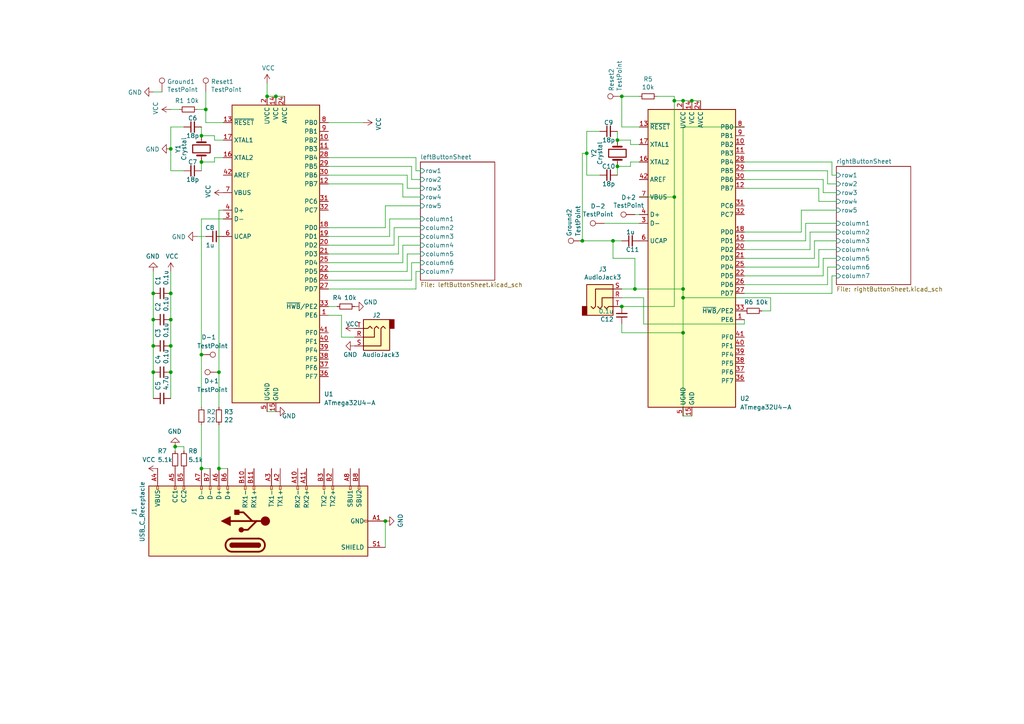
<source format=kicad_sch>
(kicad_sch (version 20211123) (generator eeschema)
  (paper "A4")
  (title_block (title "Xenopon Keyboard") (date "2021-12-15") (rev "2") (company "Jesper Fasth"))
  (lib_symbols
    (symbol "Connector:AudioJack3"
      (property "Reference" "J" (at 0 8.89 0))
      (property "Value" "AudioJack3" (at 0 6.35 0))
      (symbol "AudioJack3_0_1"
        (rectangle (start -5.08 -5.08) (end -6.35 -2.54) (stroke (width 0.254)) (fill (type outline)))
        (polyline (pts (xy 0 -2.54) (xy 0.635 -3.175) (xy 1.27 -2.54) (xy 2.54 -2.54)) (stroke (width 0.254)))
        (polyline (pts (xy -1.905 -2.54) (xy -1.27 -3.175) (xy -0.635 -2.54) (xy -0.635 0) (xy 2.54 0)) (stroke (width 0.254)))
        (polyline (pts (xy 2.54 2.54) (xy -2.54 2.54) (xy -2.54 -2.54) (xy -3.175 -3.175) (xy -3.81 -2.54)) (stroke (width 0.254)))
        (rectangle (start 2.54 3.81) (end -5.08 -5.08) (stroke (width 0.254)) (fill (type background)))
      )
      (symbol "AudioJack3_1_1"
        (pin passive line (at 5.08 0 180) (length 2.54) (name "~") (number "R"))
        (pin passive line (at 5.08 2.54 180) (length 2.54) (name "~") (number "S"))
        (pin passive line (at 5.08 -2.54 180) (length 2.54) (name "~") (number "T"))
      )
    )
    (symbol "Connector:TestPoint" (pin_numbers hide) (pin_names (offset 0.762) hide)
      (property "Reference" "TP" (at 0 6.858 0))
      (property "Value" "TestPoint" (at 0 5.08 0))
      (symbol "TestPoint_0_1"
        (circle (center 0 3.302) (radius 0.762))
      )
      (symbol "TestPoint_1_1"
        (pin passive line (at 0 0 90) (length 2.54) (name "1") (number "1"))
      )
    )
    (symbol "Connector:USB_C_Receptacle" (pin_names (offset 1.016))
      (property "Reference" "J" (at -10.16 29.21 0))
      (property "Value" "USB_C_Receptacle" (at 10.16 29.21 0))
      (symbol "USB_C_Receptacle_0_0"
        (rectangle (start -0.254 -35.56) (end 0.254 -34.544))
        (rectangle (start 10.16 -32.766) (end 9.144 -33.274))
        (rectangle (start 10.16 -30.226) (end 9.144 -30.734))
        (rectangle (start 10.16 -25.146) (end 9.144 -25.654))
        (rectangle (start 10.16 -22.606) (end 9.144 -23.114))
        (rectangle (start 10.16 -17.526) (end 9.144 -18.034))
        (rectangle (start 10.16 -14.986) (end 9.144 -15.494))
        (rectangle (start 10.16 -9.906) (end 9.144 -10.414))
        (rectangle (start 10.16 -7.366) (end 9.144 -7.874))
        (rectangle (start 10.16 -2.286) (end 9.144 -2.794))
        (rectangle (start 10.16 0.254) (end 9.144 -0.254))
        (rectangle (start 10.16 5.334) (end 9.144 4.826))
        (rectangle (start 10.16 7.874) (end 9.144 7.366))
        (rectangle (start 10.16 10.414) (end 9.144 9.906))
        (rectangle (start 10.16 12.954) (end 9.144 12.446))
        (rectangle (start 10.16 18.034) (end 9.144 17.526))
        (rectangle (start 10.16 20.574) (end 9.144 20.066))
        (rectangle (start 10.16 25.654) (end 9.144 25.146))
      )
      (symbol "USB_C_Receptacle_0_1"
        (rectangle (start -10.16 27.94) (end 10.16 -35.56) (stroke (width 0.254)) (fill (type background)))
        (arc (start -8.89 -3.81) (mid -6.985 -5.715) (end -5.08 -3.81) (stroke (width 0.508)))
        (arc (start -7.62 -3.81) (mid -6.985 -4.445) (end -6.35 -3.81) (stroke (width 0.254)))
        (arc (start -7.62 -3.81) (mid -6.985 -4.445) (end -6.35 -3.81) (stroke (width 0.254)) (fill (type outline)))
        (rectangle (start -7.62 -3.81) (end -6.35 3.81) (stroke (width 0.254)) (fill (type outline)))
        (arc (start -6.35 3.81) (mid -6.985 4.445) (end -7.62 3.81) (stroke (width 0.254)))
        (arc (start -6.35 3.81) (mid -6.985 4.445) (end -7.62 3.81) (stroke (width 0.254)) (fill (type outline)))
        (arc (start -5.08 3.81) (mid -6.985 5.715) (end -8.89 3.81) (stroke (width 0.508)))
        (polyline (pts (xy -8.89 -3.81) (xy -8.89 3.81)) (stroke (width 0.508)))
        (polyline (pts (xy -5.08 3.81) (xy -5.08 -3.81)) (stroke (width 0.508)))
      )
      (symbol "USB_C_Receptacle_1_1"
        (circle (center -2.54 1.143) (radius 0.635) (stroke (width 0.254)) (fill (type outline)))
        (circle (center 0 -5.842) (radius 1.27) (fill (type outline)))
        (polyline (pts (xy 0 -5.842) (xy 0 4.318)) (stroke (width 0.508)))
        (polyline (pts (xy 0 -3.302) (xy -2.54 -0.762) (xy -2.54 0.508)) (stroke (width 0.508)))
        (polyline (pts (xy 0 -2.032) (xy 2.54 0.508) (xy 2.54 1.778)) (stroke (width 0.508)))
        (polyline (pts (xy -1.27 4.318) (xy 0 6.858) (xy 1.27 4.318) (xy -1.27 4.318)) (stroke (width 0.254)) (fill (type outline)))
        (rectangle (start 1.905 1.778) (end 3.175 3.048) (stroke (width 0.254)) (fill (type outline)))
        (pin passive line (at 0 -40.64 90) (length 5.08) (name "GND") (number "A1"))
        (pin bidirectional line (at 15.24 -15.24 180) (length 5.08) (name "RX2-") (number "A10"))
        (pin bidirectional line (at 15.24 -17.78 180) (length 5.08) (name "RX2+") (number "A11"))
        (pin passive line (at 0 -40.64 90) (length 5.08) hide (name "GND") (number "A12"))
        (pin bidirectional line (at 15.24 -10.16 180) (length 5.08) (name "TX1+") (number "A2"))
        (pin bidirectional line (at 15.24 -7.62 180) (length 5.08) (name "TX1-") (number "A3"))
        (pin passive line (at 15.24 25.4 180) (length 5.08) (name "VBUS") (number "A4"))
        (pin bidirectional line (at 15.24 20.32 180) (length 5.08) (name "CC1") (number "A5"))
        (pin bidirectional line (at 15.24 7.62 180) (length 5.08) (name "D+") (number "A6"))
        (pin bidirectional line (at 15.24 12.7 180) (length 5.08) (name "D-") (number "A7"))
        (pin bidirectional line (at 15.24 -30.48 180) (length 5.08) (name "SBU1") (number "A8"))
        (pin passive line (at 15.24 25.4 180) (length 5.08) hide (name "VBUS") (number "A9"))
        (pin passive line (at 0 -40.64 90) (length 5.08) hide (name "GND") (number "B1"))
        (pin bidirectional line (at 15.24 0 180) (length 5.08) (name "RX1-") (number "B10"))
        (pin bidirectional line (at 15.24 -2.54 180) (length 5.08) (name "RX1+") (number "B11"))
        (pin passive line (at 0 -40.64 90) (length 5.08) hide (name "GND") (number "B12"))
        (pin bidirectional line (at 15.24 -25.4 180) (length 5.08) (name "TX2+") (number "B2"))
        (pin bidirectional line (at 15.24 -22.86 180) (length 5.08) (name "TX2-") (number "B3"))
        (pin passive line (at 15.24 25.4 180) (length 5.08) hide (name "VBUS") (number "B4"))
        (pin bidirectional line (at 15.24 17.78 180) (length 5.08) (name "CC2") (number "B5"))
        (pin bidirectional line (at 15.24 5.08 180) (length 5.08) (name "D+") (number "B6"))
        (pin bidirectional line (at 15.24 10.16 180) (length 5.08) (name "D-") (number "B7"))
        (pin bidirectional line (at 15.24 -33.02 180) (length 5.08) (name "SBU2") (number "B8"))
        (pin passive line (at 15.24 25.4 180) (length 5.08) hide (name "VBUS") (number "B9"))
        (pin passive line (at -7.62 -40.64 90) (length 5.08) (name "SHIELD") (number "S1"))
      )
    )
    (symbol "Device:C_Small" (pin_numbers hide) (pin_names (offset 0.254) hide)
      (property "Reference" "C" (at 0.254 1.778 0))
      (property "Value" "C_Small" (at 0.254 -2.032 0))
      (symbol "C_Small_0_1"
        (polyline (pts (xy -1.524 -0.508) (xy 1.524 -0.508)) (stroke (width 0.3302)))
        (polyline (pts (xy -1.524 0.508) (xy 1.524 0.508)) (stroke (width 0.3048)))
      )
      (symbol "C_Small_1_1"
        (pin passive line (at 0 2.54 270) (length 2.032) (name "~") (number "1"))
        (pin passive line (at 0 -2.54 90) (length 2.032) (name "~") (number "2"))
      )
    )
    (symbol "Device:Crystal" (pin_numbers hide) (pin_names (offset 1.016) hide)
      (property "Reference" "Y" (at 0 3.81 0))
      (property "Value" "Crystal" (at 0 -3.81 0))
      (symbol "Crystal_0_1"
        (rectangle (start -1.143 2.54) (end 1.143 -2.54) (stroke (width 0.3048)))
        (polyline (pts (xy -2.54 0) (xy -1.905 0)))
        (polyline (pts (xy -1.905 -1.27) (xy -1.905 1.27)) (stroke (width 0.508)))
        (polyline (pts (xy 1.905 -1.27) (xy 1.905 1.27)) (stroke (width 0.508)))
        (polyline (pts (xy 2.54 0) (xy 1.905 0)))
      )
      (symbol "Crystal_1_1"
        (pin passive line (at -3.81 0 0) (length 1.27) (name "1") (number "1"))
        (pin passive line (at 3.81 0 180) (length 1.27) (name "2") (number "2"))
      )
    )
    (symbol "Device:R_Small" (pin_numbers hide) (pin_names (offset 0.254) hide)
      (property "Reference" "R" (at 0.762 0.508 0))
      (property "Value" "R_Small" (at 0.762 -1.016 0))
      (symbol "R_Small_0_1"
        (rectangle (start -0.762 1.778) (end 0.762 -1.778) (stroke (width 0.2032)))
      )
      (symbol "R_Small_1_1"
        (pin passive line (at 0 2.54 270) (length 0.762) (name "~") (number "1"))
        (pin passive line (at 0 -2.54 90) (length 0.762) (name "~") (number "2"))
      )
    )
    (symbol "MCU_Microchip_ATmega:ATmega32U4-A"
      (property "Reference" "U" (at -12.7 44.45 0))
      (property "Value" "ATmega32U4-A" (at 2.54 -44.45 0))
      (symbol "ATmega32U4-A_0_1"
        (rectangle (start -12.7 -43.18) (end 12.7 43.18) (stroke (width 0.254)) (fill (type background)))
      )
      (symbol "ATmega32U4-A_1_1"
        (pin bidirectional line (at 15.24 -17.78 180) (length 2.54) (name "PE6") (number "1"))
        (pin bidirectional line (at 15.24 33.02 180) (length 2.54) (name "PB2") (number "10"))
        (pin bidirectional line (at 15.24 30.48 180) (length 2.54) (name "PB3") (number "11"))
        (pin bidirectional line (at 15.24 20.32 180) (length 2.54) (name "PB7") (number "12"))
        (pin input line (at -15.24 38.1 0) (length 2.54) (name "~{RESET}") (number "13"))
        (pin power_in line (at 0 45.72 270) (length 2.54) (name "VCC") (number "14"))
        (pin power_in line (at 0 -45.72 90) (length 2.54) (name "GND") (number "15"))
        (pin output line (at -15.24 27.94 0) (length 2.54) (name "XTAL2") (number "16"))
        (pin input line (at -15.24 33.02 0) (length 2.54) (name "XTAL1") (number "17"))
        (pin bidirectional line (at 15.24 7.62 180) (length 2.54) (name "PD0") (number "18"))
        (pin bidirectional line (at 15.24 5.08 180) (length 2.54) (name "PD1") (number "19"))
        (pin power_in line (at -2.54 45.72 270) (length 2.54) (name "UVCC") (number "2"))
        (pin bidirectional line (at 15.24 2.54 180) (length 2.54) (name "PD2") (number "20"))
        (pin bidirectional line (at 15.24 0 180) (length 2.54) (name "PD3") (number "21"))
        (pin bidirectional line (at 15.24 -5.08 180) (length 2.54) (name "PD5") (number "22"))
        (pin passive line (at 0 -45.72 90) (length 2.54) hide (name "GND") (number "23"))
        (pin power_in line (at 2.54 45.72 270) (length 2.54) (name "AVCC") (number "24"))
        (pin bidirectional line (at 15.24 -2.54 180) (length 2.54) (name "PD4") (number "25"))
        (pin bidirectional line (at 15.24 -7.62 180) (length 2.54) (name "PD6") (number "26"))
        (pin bidirectional line (at 15.24 -10.16 180) (length 2.54) (name "PD7") (number "27"))
        (pin bidirectional line (at 15.24 27.94 180) (length 2.54) (name "PB4") (number "28"))
        (pin bidirectional line (at 15.24 25.4 180) (length 2.54) (name "PB5") (number "29"))
        (pin bidirectional line (at -15.24 10.16 0) (length 2.54) (name "D-") (number "3"))
        (pin bidirectional line (at 15.24 22.86 180) (length 2.54) (name "PB6") (number "30"))
        (pin bidirectional line (at 15.24 15.24 180) (length 2.54) (name "PC6") (number "31"))
        (pin bidirectional line (at 15.24 12.7 180) (length 2.54) (name "PC7") (number "32"))
        (pin bidirectional line (at 15.24 -15.24 180) (length 2.54) (name "~{HWB}/PE2") (number "33"))
        (pin passive line (at 0 45.72 270) (length 2.54) hide (name "VCC") (number "34"))
        (pin passive line (at 0 -45.72 90) (length 2.54) hide (name "GND") (number "35"))
        (pin bidirectional line (at 15.24 -35.56 180) (length 2.54) (name "PF7") (number "36"))
        (pin bidirectional line (at 15.24 -33.02 180) (length 2.54) (name "PF6") (number "37"))
        (pin bidirectional line (at 15.24 -30.48 180) (length 2.54) (name "PF5") (number "38"))
        (pin bidirectional line (at 15.24 -27.94 180) (length 2.54) (name "PF4") (number "39"))
        (pin bidirectional line (at -15.24 12.7 0) (length 2.54) (name "D+") (number "4"))
        (pin bidirectional line (at 15.24 -25.4 180) (length 2.54) (name "PF1") (number "40"))
        (pin bidirectional line (at 15.24 -22.86 180) (length 2.54) (name "PF0") (number "41"))
        (pin passive line (at -15.24 22.86 0) (length 2.54) (name "AREF") (number "42"))
        (pin passive line (at 0 -45.72 90) (length 2.54) hide (name "GND") (number "43"))
        (pin passive line (at 2.54 45.72 270) (length 2.54) hide (name "AVCC") (number "44"))
        (pin passive line (at -2.54 -45.72 90) (length 2.54) (name "UGND") (number "5"))
        (pin passive line (at -15.24 5.08 0) (length 2.54) (name "UCAP") (number "6"))
        (pin input line (at -15.24 17.78 0) (length 2.54) (name "VBUS") (number "7"))
        (pin bidirectional line (at 15.24 38.1 180) (length 2.54) (name "PB0") (number "8"))
        (pin bidirectional line (at 15.24 35.56 180) (length 2.54) (name "PB1") (number "9"))
      )
    )
    (symbol "power:GND" (power) (pin_names (offset 0))
      (property "Value" "GND" (at 0 -3.81 0))
      (symbol "GND_0_1"
        (polyline (pts (xy 0 0) (xy 0 -1.27) (xy 1.27 -1.27) (xy 0 -2.54) (xy -1.27 -1.27) (xy 0 -1.27)))
      )
      (symbol "GND_1_1"
        (pin power_in line (at 0 0 270) (length 0) hide (name "GND") (number "1"))
      )
    )
    (symbol "power:VCC" (power) (pin_names (offset 0))
      (property "Value" "VCC" (at 0 3.81 0))
      (symbol "VCC_0_1"
        (polyline (pts (xy -0.762 1.27) (xy 0 2.54)))
        (polyline (pts (xy 0 0) (xy 0 2.54)))
        (polyline (pts (xy 0 2.54) (xy 0.762 1.27)))
      )
      (symbol "VCC_1_1"
        (pin power_in line (at 0 0 90) (length 0) hide (name "VCC") (number "1"))
      )
    )
  )
  (junction (at 184.15 83.82))
  (junction (at 63.5 107.95))
  (junction (at 58.42 135.89))
  (junction (at 49.53 43.18))
  (junction (at 77.47 27.94))
  (junction (at 168.91 69.85))
  (junction (at 198.12 86.36))
  (junction (at 180.34 27.94))
  (junction (at 198.12 96.52))
  (junction (at 80.01 27.94))
  (junction (at 58.42 102.87))
  (junction (at 58.42 39.37))
  (junction (at 200.66 29.21))
  (junction (at 179.07 40.64))
  (junction (at 59.69 31.75))
  (junction (at 195.58 57.15))
  (junction (at 198.12 29.21))
  (junction (at 58.42 46.99))
  (junction (at 170.18 44.45))
  (junction (at 195.58 29.21))
  (junction (at 198.12 83.82))
  (junction (at 49.53 92.71))
  (junction (at 49.53 100.33))
  (junction (at 44.45 85.09))
  (junction (at 50.8 129.54))
  (junction (at 44.45 92.71))
  (junction (at 44.45 107.95))
  (junction (at 177.8 69.85))
  (junction (at 111.76 151.13))
  (junction (at 180.34 88.9))
  (junction (at 44.45 100.33))
  (junction (at 49.53 85.09))
  (junction (at 63.5 135.89))
  (junction (at 49.53 107.95))
  (junction (at 179.07 48.26))
  (wire (pts (xy 200.66 29.21) (xy 203.2 29.21)))
  (wire (pts (xy 49.53 85.09) (xy 49.53 78.74)))
  (wire (pts (xy 215.9 74.93) (xy 236.22 74.93)))
  (wire (pts (xy 113.03 68.58) (xy 113.03 63.5)))
  (wire (pts (xy 215.9 82.55) (xy 240.03 82.55)))
  (wire (pts (xy 49.53 36.83) (xy 49.53 43.18)))
  (wire (pts (xy 185.42 57.15) (xy 195.58 57.15)))
  (wire (pts (xy 44.45 85.09) (xy 44.45 78.74)))
  (wire (pts (xy 215.9 69.85) (xy 233.68 69.85)))
  (wire (pts (xy 58.42 102.87) (xy 58.42 118.11)))
  (wire (pts (xy 62.23 46.99) (xy 58.42 46.99)))
  (wire (pts (xy 95.25 66.04) (xy 111.76 66.04)))
  (wire (pts (xy 173.99 50.8) (xy 170.18 50.8)))
  (wire (pts (xy 49.53 92.71) (xy 49.53 100.33)))
  (wire (pts (xy 118.11 50.8) (xy 118.11 54.61)))
  (wire (pts (xy 59.69 35.56) (xy 64.77 35.56)))
  (wire (pts (xy 62.23 39.37) (xy 62.23 40.64)))
  (wire (pts (xy 215.9 46.99) (xy 241.3 46.99)))
  (wire (pts (xy 215.9 77.47) (xy 237.49 77.47)))
  (wire (pts (xy 198.12 96.52) (xy 198.12 86.36)))
  (wire (pts (xy 119.38 52.07) (xy 121.92 52.07)))
  (wire (pts (xy 53.34 49.53) (xy 49.53 49.53)))
  (wire (pts (xy 223.52 90.17) (xy 223.52 86.36)))
  (wire (pts (xy 195.58 29.21) (xy 195.58 57.15)))
  (wire (pts (xy 118.11 73.66) (xy 121.92 73.66)))
  (wire (pts (xy 113.03 63.5) (xy 121.92 63.5)))
  (wire (pts (xy 99.06 91.44) (xy 99.06 97.79)))
  (wire (pts (xy 184.15 83.82) (xy 180.34 83.82)))
  (wire (pts (xy 80.01 27.94) (xy 82.55 27.94)))
  (wire (pts (xy 118.11 78.74) (xy 118.11 73.66)))
  (wire (pts (xy 49.53 85.09) (xy 49.53 92.71)))
  (wire (pts (xy 168.91 44.45) (xy 170.18 44.45)))
  (wire (pts (xy 180.34 27.94) (xy 185.42 27.94)))
  (wire (pts (xy 63.5 107.95) (xy 63.5 118.11)))
  (wire (pts (xy 215.9 93.98) (xy 186.69 93.98)))
  (wire (pts (xy 180.34 93.98) (xy 180.34 96.52)))
  (wire (pts (xy 198.12 83.82) (xy 184.15 83.82)))
  (wire (pts (xy 111.76 158.75) (xy 111.76 151.13)))
  (wire (pts (xy 62.23 39.37) (xy 58.42 39.37)))
  (wire (pts (xy 111.76 66.04) (xy 111.76 59.69)))
  (wire (pts (xy 168.91 69.85) (xy 177.8 69.85)))
  (wire (pts (xy 198.12 86.36) (xy 223.52 86.36)))
  (wire (pts (xy 195.58 88.9) (xy 180.34 88.9)))
  (wire (pts (xy 198.12 86.36) (xy 198.12 83.82)))
  (wire (pts (xy 220.98 90.17) (xy 223.52 90.17)))
  (wire (pts (xy 180.34 36.83) (xy 180.34 27.94)))
  (wire (pts (xy 95.25 53.34) (xy 116.84 53.34)))
  (wire (pts (xy 95.25 73.66) (xy 115.57 73.66)))
  (wire (pts (xy 95.25 48.26) (xy 119.38 48.26)))
  (wire (pts (xy 198.12 96.52) (xy 198.12 120.65)))
  (wire (pts (xy 62.23 45.72) (xy 64.77 45.72)))
  (wire (pts (xy 116.84 57.15) (xy 121.92 57.15)))
  (wire (pts (xy 49.53 100.33) (xy 49.53 107.95)))
  (wire (pts (xy 240.03 82.55) (xy 240.03 77.47)))
  (wire (pts (xy 44.45 100.33) (xy 44.45 107.95)))
  (wire (pts (xy 237.49 72.39) (xy 242.57 72.39)))
  (wire (pts (xy 182.88 48.26) (xy 182.88 46.99)))
  (wire (pts (xy 241.3 80.01) (xy 242.57 80.01)))
  (wire (pts (xy 186.69 93.98) (xy 186.69 86.36)))
  (wire (pts (xy 215.9 92.71) (xy 215.9 93.98)))
  (wire (pts (xy 95.25 91.44) (xy 99.06 91.44)))
  (wire (pts (xy 182.88 48.26) (xy 179.07 48.26)))
  (wire (pts (xy 63.5 60.96) (xy 63.5 107.95)))
  (wire (pts (xy 58.42 46.99) (xy 58.42 49.53)))
  (wire (pts (xy 44.45 92.71) (xy 44.45 100.33)))
  (wire (pts (xy 50.8 129.54) (xy 53.34 129.54)))
  (wire (pts (xy 170.18 38.1) (xy 170.18 44.45)))
  (wire (pts (xy 190.5 27.94) (xy 195.58 27.94)))
  (wire (pts (xy 215.9 36.83) (xy 198.12 36.83)))
  (wire (pts (xy 215.9 80.01) (xy 238.76 80.01)))
  (wire (pts (xy 114.3 66.04) (xy 121.92 66.04)))
  (wire (pts (xy 120.65 45.72) (xy 120.65 49.53)))
  (wire (pts (xy 232.41 67.31) (xy 232.41 60.96)))
  (wire (pts (xy 184.15 83.82) (xy 184.15 74.93)))
  (wire (pts (xy 240.03 53.34) (xy 242.57 53.34)))
  (wire (pts (xy 44.45 107.95) (xy 44.45 115.57)))
  (wire (pts (xy 59.69 26.67) (xy 59.69 31.75)))
  (wire (pts (xy 77.47 27.94) (xy 77.47 24.13)))
  (wire (pts (xy 215.9 54.61) (xy 237.49 54.61)))
  (wire (pts (xy 237.49 58.42) (xy 242.57 58.42)))
  (wire (pts (xy 59.69 31.75) (xy 59.69 35.56)))
  (wire (pts (xy 173.99 38.1) (xy 170.18 38.1)))
  (wire (pts (xy 234.95 72.39) (xy 234.95 67.31)))
  (wire (pts (xy 179.07 40.64) (xy 179.07 38.1)))
  (wire (pts (xy 195.58 29.21) (xy 198.12 29.21)))
  (wire (pts (xy 53.34 36.83) (xy 49.53 36.83)))
  (wire (pts (xy 241.3 85.09) (xy 241.3 80.01)))
  (wire (pts (xy 95.25 45.72) (xy 120.65 45.72)))
  (wire (pts (xy 58.42 135.89) (xy 60.96 135.89)))
  (wire (pts (xy 182.88 40.64) (xy 182.88 41.91)))
  (wire (pts (xy 49.53 49.53) (xy 49.53 43.18)))
  (wire (pts (xy 57.15 68.58) (xy 59.69 68.58)))
  (wire (pts (xy 95.25 50.8) (xy 118.11 50.8)))
  (wire (pts (xy 236.22 69.85) (xy 242.57 69.85)))
  (wire (pts (xy 116.84 53.34) (xy 116.84 57.15)))
  (wire (pts (xy 241.3 50.8) (xy 242.57 50.8)))
  (wire (pts (xy 77.47 119.38) (xy 80.01 119.38)))
  (wire (pts (xy 58.42 63.5) (xy 58.42 102.87)))
  (wire (pts (xy 238.76 74.93) (xy 242.57 74.93)))
  (wire (pts (xy 95.25 35.56) (xy 105.41 35.56)))
  (wire (pts (xy 198.12 29.21) (xy 200.66 29.21)))
  (wire (pts (xy 215.9 72.39) (xy 234.95 72.39)))
  (wire (pts (xy 180.34 96.52) (xy 198.12 96.52)))
  (wire (pts (xy 116.84 71.12) (xy 121.92 71.12)))
  (wire (pts (xy 120.65 49.53) (xy 121.92 49.53)))
  (wire (pts (xy 95.25 68.58) (xy 113.03 68.58)))
  (wire (pts (xy 195.58 27.94) (xy 195.58 29.21)))
  (wire (pts (xy 184.15 74.93) (xy 177.8 74.93)))
  (wire (pts (xy 118.11 54.61) (xy 121.92 54.61)))
  (wire (pts (xy 238.76 55.88) (xy 242.57 55.88)))
  (wire (pts (xy 63.5 60.96) (xy 64.77 60.96)))
  (wire (pts (xy 233.68 69.85) (xy 233.68 64.77)))
  (wire (pts (xy 44.45 85.09) (xy 44.45 92.71)))
  (wire (pts (xy 58.42 63.5) (xy 64.77 63.5)))
  (wire (pts (xy 238.76 52.07) (xy 238.76 55.88)))
  (wire (pts (xy 95.25 71.12) (xy 114.3 71.12)))
  (wire (pts (xy 97.79 88.9) (xy 95.25 88.9)))
  (wire (pts (xy 111.76 59.69) (xy 121.92 59.69)))
  (wire (pts (xy 99.06 97.79) (xy 102.87 97.79)))
  (wire (pts (xy 184.15 62.23) (xy 185.42 62.23)))
  (wire (pts (xy 119.38 48.26) (xy 119.38 52.07)))
  (wire (pts (xy 237.49 77.47) (xy 237.49 72.39)))
  (wire (pts (xy 62.23 40.64) (xy 64.77 40.64)))
  (wire (pts (xy 62.23 46.99) (xy 62.23 45.72)))
  (wire (pts (xy 234.95 67.31) (xy 242.57 67.31)))
  (wire (pts (xy 186.69 86.36) (xy 180.34 86.36)))
  (wire (pts (xy 119.38 81.28) (xy 119.38 76.2)))
  (wire (pts (xy 58.42 123.19) (xy 58.42 135.89)))
  (wire (pts (xy 59.69 31.75) (xy 57.15 31.75)))
  (wire (pts (xy 233.68 64.77) (xy 242.57 64.77)))
  (wire (pts (xy 170.18 44.45) (xy 170.18 50.8)))
  (wire (pts (xy 232.41 60.96) (xy 242.57 60.96)))
  (wire (pts (xy 215.9 52.07) (xy 238.76 52.07)))
  (wire (pts (xy 120.65 83.82) (xy 120.65 78.74)))
  (wire (pts (xy 53.34 130.81) (xy 53.34 129.54)))
  (wire (pts (xy 180.34 36.83) (xy 185.42 36.83)))
  (wire (pts (xy 182.88 40.64) (xy 179.07 40.64)))
  (wire (pts (xy 58.42 39.37) (xy 58.42 36.83)))
  (wire (pts (xy 116.84 76.2) (xy 116.84 71.12)))
  (wire (pts (xy 240.03 49.53) (xy 240.03 53.34)))
  (wire (pts (xy 119.38 76.2) (xy 121.92 76.2)))
  (wire (pts (xy 238.76 80.01) (xy 238.76 74.93)))
  (wire (pts (xy 50.8 130.81) (xy 50.8 129.54)))
  (wire (pts (xy 95.25 78.74) (xy 118.11 78.74)))
  (wire (pts (xy 115.57 68.58) (xy 121.92 68.58)))
  (wire (pts (xy 236.22 74.93) (xy 236.22 69.85)))
  (wire (pts (xy 77.47 27.94) (xy 80.01 27.94)))
  (wire (pts (xy 195.58 57.15) (xy 195.58 88.9)))
  (wire (pts (xy 49.53 107.95) (xy 49.53 115.57)))
  (wire (pts (xy 168.91 69.85) (xy 168.91 44.45)))
  (wire (pts (xy 63.5 123.19) (xy 63.5 135.89)))
  (wire (pts (xy 114.3 71.12) (xy 114.3 66.04)))
  (wire (pts (xy 237.49 54.61) (xy 237.49 58.42)))
  (wire (pts (xy 95.25 76.2) (xy 116.84 76.2)))
  (wire (pts (xy 95.25 81.28) (xy 119.38 81.28)))
  (wire (pts (xy 200.66 120.65) (xy 198.12 120.65)))
  (wire (pts (xy 63.5 135.89) (xy 66.04 135.89)))
  (wire (pts (xy 215.9 85.09) (xy 241.3 85.09)))
  (wire (pts (xy 215.9 49.53) (xy 240.03 49.53)))
  (wire (pts (xy 95.25 83.82) (xy 120.65 83.82)))
  (wire (pts (xy 179.07 48.26) (xy 179.07 50.8)))
  (wire (pts (xy 115.57 73.66) (xy 115.57 68.58)))
  (wire (pts (xy 177.8 74.93) (xy 177.8 69.85)))
  (wire (pts (xy 182.88 41.91) (xy 185.42 41.91)))
  (wire (pts (xy 46.99 26.67) (xy 44.45 26.67)))
  (wire (pts (xy 120.65 78.74) (xy 121.92 78.74)))
  (wire (pts (xy 240.03 77.47) (xy 242.57 77.47)))
  (wire (pts (xy 198.12 36.83) (xy 198.12 83.82)))
  (wire (pts (xy 182.88 46.99) (xy 185.42 46.99)))
  (wire (pts (xy 215.9 67.31) (xy 232.41 67.31)))
  (wire (pts (xy 177.8 69.85) (xy 180.34 69.85)))
  (wire (pts (xy 52.07 31.75) (xy 49.53 31.75)))
  (wire (pts (xy 175.26 64.77) (xy 185.42 64.77)))
  (wire (pts (xy 241.3 46.99) (xy 241.3 50.8)))
  (symbol (lib_id "Connector:USB_C_Receptacle") (at 71.12 151.13 90) (unit 1)
    (property "Reference" "J1" (at 38.9382 148.4122 0))
    (property "Value" "USB_C_Receptacle" (at 41.2496 148.4122 0))
    (property "Footprint" "XenophonFootprintLibrary:USB_C_Receptacle_HRO_TYPE-C-31-M-12" (effects hide))
    (property "Datasheet" "https://www.usb.org/sites/default/files/documents/usb_type-c.zip" (effects hide))
  )
  (symbol (lib_id "power:GND") (at 49.53 43.18 270) (unit 1)
    (property "Reference" "#PWR06" (effects hide))
    (property "Value" "GND" (at 46.2788 43.307 90) (effects (justify right)))
  )
  (symbol (lib_id "power:GND") (at 111.76 151.13 90) (unit 1)
    (property "Reference" "#PWR01" (effects hide))
    (property "Value" "GND" (at 116.1542 151.003 0))
  )
  (symbol (lib_id "power:GND") (at 80.01 119.38 90) (unit 1)
    (property "Reference" "#PWR02" (effects hide))
    (property "Value" "GND" (at 83.82 120.65 90))
  )
  (symbol (lib_id "Connector:AudioJack3") (at 107.95 97.79 180) (unit 1)
    (property "Reference" "J2" (at 109.22 91.44 0))
    (property "Value" "AudioJack3" (at 110.49 102.87 0))
    (property "Footprint" "XenophonFootprintLibrary:Jack_3.5mm_Switronic_ST-005-G_horizontal" (effects hide))
  )
  (symbol (lib_id "Connector:AudioJack3") (at 175.26 86.36 0) (unit 1)
    (property "Reference" "J3" (at 174.8028 78.105 0))
    (property "Value" "AudioJack3" (at 174.8028 80.4164 0))
    (property "Footprint" "XenophonFootprintLibrary:Jack_3.5mm_Switronic_ST-005-G_horizontal" (effects hide))
  )
  (symbol (lib_id "Device:R_Small") (at 53.34 133.35 0) (unit 1)
    (property "Reference" "R8" (at 54.61 130.81 0) (effects (justify left)))
    (property "Value" "5.1k" (at 54.61 133.35 0) (effects (justify left)))
    (property "Footprint" "Resistor_SMD:R_1206_3216Metric" (effects hide))
  )
  (symbol (lib_id "Device:R_Small") (at 50.8 133.35 0) (unit 1)
    (property "Reference" "R7" (at 45.72 130.81 0) (effects (justify left)))
    (property "Value" "5.1k" (at 45.72 133.35 0) (effects (justify left)))
    (property "Footprint" "Resistor_SMD:R_1206_3216Metric" (effects hide))
  )
  (symbol (lib_id "power:GND") (at 102.87 100.33 270) (unit 1)
    (property "Reference" "#PWR012" (effects hide))
    (property "Value" "GND" (at 101.6 102.87 90))
  )
  (symbol (lib_id "power:GND") (at 50.8 129.54 180) (unit 1)
    (property "Reference" "#PWR017" (effects hide))
    (property "Value" "GND" (at 50.673 125.1458 0))
  )
  (symbol (lib_id "Device:C_Small") (at 46.99 107.95 90) (unit 1)
    (property "Reference" "C4" (at 45.8216 105.6132 0) (effects (justify left)))
    (property "Value" "0.1u" (at 48.133 105.6132 0) (effects (justify left)))
    (property "Footprint" "Capacitor_SMD:C_1206_3216Metric" (effects hide))
  )
  (symbol (lib_id "Device:C_Small") (at 46.99 115.57 90) (unit 1)
    (property "Reference" "C5" (at 45.8216 113.2332 0) (effects (justify left)))
    (property "Value" "4.7u" (at 48.133 113.2332 0) (effects (justify left)))
    (property "Footprint" "Capacitor_SMD:C_1206_3216Metric" (effects hide))
  )
  (symbol (lib_id "Device:C_Small") (at 46.99 100.33 90) (unit 1)
    (property "Reference" "C3" (at 45.8216 97.9932 0) (effects (justify left)))
    (property "Value" "0.1u" (at 48.133 97.9932 0) (effects (justify left)))
    (property "Footprint" "Capacitor_SMD:C_1206_3216Metric" (effects hide))
  )
  (symbol (lib_id "Device:C_Small") (at 46.99 92.71 90) (unit 1)
    (property "Reference" "C2" (at 45.8216 90.3732 0) (effects (justify left)))
    (property "Value" "0.1u" (at 48.133 90.3732 0) (effects (justify left)))
    (property "Footprint" "Capacitor_SMD:C_1206_3216Metric" (effects hide))
  )
  (symbol (lib_id "Device:C_Small") (at 46.99 85.09 90) (unit 1)
    (property "Reference" "C1" (at 45.8216 82.7532 0) (effects (justify left)))
    (property "Value" "0.1u" (at 48.133 82.7532 0) (effects (justify left)))
    (property "Footprint" "Capacitor_SMD:C_1206_3216Metric" (effects hide))
  )
  (symbol (lib_id "power:VCC") (at 49.53 78.74 0) (unit 1)
    (property "Reference" "#PWR03" (effects hide))
    (property "Value" "VCC" (at 49.911 74.3458 0))
  )
  (symbol (lib_id "power:VCC") (at 77.47 24.13 0) (unit 1)
    (property "Reference" "#PWR09" (effects hide))
    (property "Value" "VCC" (at 77.851 19.7358 0))
  )
  (symbol (lib_id "power:VCC") (at 102.87 95.25 90) (unit 1)
    (property "Reference" "#PWR011" (effects hide))
    (property "Value" "VCC" (at 104.14 93.98 90) (effects (justify left)))
  )
  (symbol (lib_id "Device:Crystal") (at 179.07 44.45 90) (unit 1)
    (property "Reference" "Y2" (at 172.2628 44.45 0))
    (property "Value" "Crystal" (at 173.99 44.45 0))
    (property "Footprint" "Crystal:Crystal_SMD_2016-4Pin_2.0x1.6mm" (effects hide))
  )
  (symbol (lib_id "Device:R_Small") (at 54.61 31.75 90) (unit 1)
    (property "Reference" "R1" (at 52.07 29.21 90))
    (property "Value" "10k" (at 55.88 29.21 90))
    (property "Footprint" "Resistor_SMD:R_1206_3216Metric" (effects hide))
  )
  (symbol (lib_id "power:VCC") (at 49.53 31.75 90) (unit 1)
    (property "Reference" "#PWR05" (effects hide))
    (property "Value" "VCC" (at 45.1358 31.369 0))
  )
  (symbol (lib_id "power:GND") (at 44.45 26.67 270) (unit 1)
    (property "Reference" "#PWR04" (effects hide))
    (property "Value" "GND" (at 41.1988 26.797 90) (effects (justify right)))
  )
  (symbol (lib_id "Device:R_Small") (at 100.33 88.9 90) (unit 1)
    (property "Reference" "R4" (at 97.79 86.36 90))
    (property "Value" "10k" (at 101.6 86.36 90))
    (property "Footprint" "Resistor_SMD:R_1206_3216Metric" (effects hide))
  )
  (symbol (lib_id "power:GND") (at 102.87 88.9 90) (unit 1)
    (property "Reference" "#PWR010" (effects hide))
    (property "Value" "GND" (at 105.41 87.63 90) (effects (justify right)))
  )
  (symbol (lib_id "Device:R_Small") (at 63.5 120.65 0) (unit 1)
    (property "Reference" "R3" (at 64.9986 119.4816 0) (effects (justify left)))
    (property "Value" "22" (at 64.9986 121.793 0) (effects (justify left)))
    (property "Footprint" "Resistor_SMD:R_1206_3216Metric" (effects hide))
  )
  (symbol (lib_id "Device:R_Small") (at 58.42 120.65 0) (unit 1)
    (property "Reference" "R2" (at 59.9186 119.4816 0) (effects (justify left)))
    (property "Value" "22" (at 59.9186 121.793 0) (effects (justify left)))
    (property "Footprint" "Resistor_SMD:R_1206_3216Metric" (effects hide))
  )
  (symbol (lib_id "Device:C_Small") (at 62.23 68.58 90) (unit 1)
    (property "Reference" "C8" (at 62.23 66.04 90) (effects (justify left)))
    (property "Value" "1u" (at 62.23 71.12 90) (effects (justify left)))
    (property "Footprint" "Capacitor_SMD:C_1206_3216Metric" (effects hide))
  )
  (symbol (lib_id "power:GND") (at 57.15 68.58 270) (unit 1)
    (property "Reference" "#PWR07" (effects hide))
    (property "Value" "GND" (at 53.8988 68.707 90) (effects (justify right)))
  )
  (symbol (lib_id "power:VCC") (at 64.77 55.88 90) (unit 1)
    (property "Reference" "#PWR08" (effects hide))
    (property "Value" "VCC" (at 60.3758 55.499 0))
  )
  (symbol (lib_id "power:GND") (at 44.45 78.74 180) (unit 1)
    (property "Reference" "#PWR0101" (effects hide))
    (property "Value" "GND" (at 44.323 74.3458 0))
  )
  (symbol (lib_id "Device:Crystal") (at 58.42 43.18 90) (unit 1)
    (property "Reference" "Y1" (at 51.6128 43.18 0))
    (property "Value" "Crystal" (at 53.34 43.18 0))
    (property "Footprint" "Crystal:Crystal_SMD_2016-4Pin_2.0x1.6mm" (effects hide))
  )
  (symbol (lib_id "Device:R_Small") (at 187.96 27.94 90) (unit 1)
    (property "Reference" "R5" (at 187.96 22.9616 90))
    (property "Value" "10k" (at 187.96 25.273 90))
    (property "Footprint" "Resistor_SMD:R_1206_3216Metric" (effects hide))
  )
  (symbol (lib_id "Device:C_Small") (at 182.88 69.85 90) (unit 1)
    (property "Reference" "C11" (at 185.42 72.39 90) (effects (justify left)))
    (property "Value" "1u" (at 184.15 67.31 90) (effects (justify left)))
    (property "Footprint" "Capacitor_SMD:C_1206_3216Metric" (effects hide))
  )
  (symbol (lib_id "Device:R_Small") (at 218.44 90.17 90) (unit 1)
    (property "Reference" "R6" (at 217.17 87.63 90))
    (property "Value" "10k" (at 220.98 87.63 90))
    (property "Footprint" "Resistor_SMD:R_1206_3216Metric" (effects hide))
  )
  (symbol (lib_id "power:VCC") (at 105.41 35.56 270) (unit 1)
    (property "Reference" "#PWR0102" (effects hide))
    (property "Value" "VCC" (at 109.8042 35.941 0))
  )
  (symbol (lib_id "Connector:TestPoint") (at 63.5 107.95 90) (unit 1)
    (property "Reference" "D+1" (at 63.5 110.49 90) (effects (justify left)))
    (property "Value" "TestPoint" (at 66.04 113.03 90) (effects (justify left)))
    (property "Footprint" "TestPoint:TestPoint_THTPad_2.0x2.0mm_Drill1.0mm" (effects hide))
  )
  (symbol (lib_id "Connector:TestPoint") (at 58.42 102.87 270) (unit 1)
    (property "Reference" "D-1" (at 58.42 97.79 90) (effects (justify left)))
    (property "Value" "TestPoint" (at 57.15 100.33 90) (effects (justify left)))
    (property "Footprint" "TestPoint:TestPoint_THTPad_2.0x2.0mm_Drill1.0mm" (effects hide))
  )
  (symbol (lib_id "power:VCC") (at 45.72 135.89 90) (unit 1)
    (property "Reference" "#PWR0103" (effects hide))
    (property "Value" "VCC" (at 43.18 133.35 90))
  )
  (symbol (lib_id "Connector:TestPoint") (at 184.15 62.23 90) (unit 1)
    (property "Reference" "D+2" (at 182.3212 57.277 90))
    (property "Value" "TestPoint" (at 182.3212 59.5884 90))
    (property "Footprint" "TestPoint:TestPoint_THTPad_2.0x2.0mm_Drill1.0mm" (effects hide))
  )
  (symbol (lib_id "Connector:TestPoint") (at 175.26 64.77 90) (unit 1)
    (property "Reference" "D-2" (at 173.4312 59.817 90))
    (property "Value" "TestPoint" (at 173.4312 62.1284 90))
    (property "Footprint" "TestPoint:TestPoint_THTPad_2.0x2.0mm_Drill1.0mm" (effects hide))
  )
  (symbol (lib_id "Connector:TestPoint") (at 168.91 69.85 90) (unit 1)
    (property "Reference" "Ground2" (at 165.1 68.58 0) (effects (justify left)))
    (property "Value" "TestPoint" (at 167.64 68.58 0) (effects (justify left)))
    (property "Footprint" "TestPoint:TestPoint_THTPad_2.0x2.0mm_Drill1.0mm" (effects hide))
  )
  (symbol (lib_id "Connector:TestPoint") (at 180.34 27.94 90) (unit 1)
    (property "Reference" "Reset2" (at 177.3428 26.4668 0) (effects (justify left)))
    (property "Value" "TestPoint" (at 179.6542 26.4668 0) (effects (justify left)))
    (property "Footprint" "TestPoint:TestPoint_THTPad_2.0x2.0mm_Drill1.0mm" (effects hide))
  )
  (symbol (lib_id "Connector:TestPoint") (at 59.69 26.67 0) (unit 1)
    (property "Reference" "Reset1" (at 61.1632 23.6728 0) (effects (justify left)))
    (property "Value" "TestPoint" (at 61.1632 25.9842 0) (effects (justify left)))
    (property "Footprint" "TestPoint:TestPoint_THTPad_2.0x2.0mm_Drill1.0mm" (effects hide))
  )
  (symbol (lib_id "Connector:TestPoint") (at 46.99 26.67 0) (unit 1)
    (property "Reference" "Ground1" (at 48.4632 23.6728 0) (effects (justify left)))
    (property "Value" "TestPoint" (at 48.4632 25.9842 0) (effects (justify left)))
    (property "Footprint" "TestPoint:TestPoint_THTPad_2.0x2.0mm_Drill1.0mm" (effects hide))
  )
  (symbol (lib_id "Device:C_Small") (at 180.34 91.44 180) (unit 1)
    (property "Reference" "C12" (at 178.0032 92.6084 0) (effects (justify left)))
    (property "Value" "0.1u" (at 178.0032 90.297 0) (effects (justify left)))
    (property "Footprint" "Capacitor_SMD:C_1206_3216Metric" (effects hide))
  )
  (symbol (lib_id "Device:C_Small") (at 55.88 36.83 90) (unit 1)
    (property "Reference" "C6" (at 55.88 34.29 90))
    (property "Value" "18p" (at 55.88 39.37 90))
    (property "Footprint" "Capacitor_SMD:C_1206_3216Metric" (effects hide))
  )
  (symbol (lib_id "MCU_Microchip_ATmega:ATmega32U4-A") (at 80.01 73.66 0) (unit 1)
    (property "Reference" "U1" (at 93.98 114.3 0) (effects (justify left)))
    (property "Value" "ATmega32U4-A" (at 93.98 116.84 0) (effects (justify left)))
    (property "Footprint" "Package_QFP:TQFP-44_10x10mm_P0.8mm" (effects hide))
    (property "Datasheet" "http://ww1.microchip.com/downloads/en/DeviceDoc/Atmel-7766-8-bit-AVR-ATmega16U4-32U4_Datasheet.pdf" (effects hide))
  )
  (symbol (lib_id "Device:C_Small") (at 176.53 50.8 270) (unit 1)
    (property "Reference" "C10" (at 176.53 48.26 90))
    (property "Value" "18p" (at 176.53 53.34 90))
    (property "Footprint" "Capacitor_SMD:C_1206_3216Metric" (effects hide))
  )
  (symbol (lib_id "Device:C_Small") (at 55.88 49.53 270) (unit 1)
    (property "Reference" "C7" (at 55.88 46.99 90))
    (property "Value" "18p" (at 55.88 52.07 90))
    (property "Footprint" "Capacitor_SMD:C_1206_3216Metric" (effects hide))
  )
  (symbol (lib_id "Device:C_Small") (at 176.53 38.1 90) (unit 1)
    (property "Reference" "C9" (at 176.53 35.56 90))
    (property "Value" "18p" (at 176.53 40.64 90))
    (property "Footprint" "Capacitor_SMD:C_1206_3216Metric" (effects hide))
  )
  (symbol (lib_id "MCU_Microchip_ATmega:ATmega32U4-A") (at 200.66 74.93 0) (unit 1)
    (property "Reference" "U2" (at 214.63 115.57 0) (effects (justify left)))
    (property "Value" "ATmega32U4-A" (at 214.63 118.11 0) (effects (justify left)))
    (property "Footprint" "Package_QFP:TQFP-44_10x10mm_P0.8mm" (effects hide))
    (property "Datasheet" "http://ww1.microchip.com/downloads/en/DeviceDoc/Atmel-7766-8-bit-AVR-ATmega16U4-32U4_Datasheet.pdf" (effects hide))
  )
  (sheet (at 121.92 46.99) (size 21.59 34.29)
    (property "Sheet name" "leftButtonSheet" (at 121.92 46.2784 0) (effects (justify left bottom)))
    (property "Sheet file" "leftButtonSheet.kicad_sch" (at 121.92 81.8646 0) (effects (justify left top)))
    (pin "row1" input (at 121.92 49.53 180))
    (pin "row2" input (at 121.92 52.07 180))
    (pin "row3" input (at 121.92 54.61 180))
    (pin "row4" input (at 121.92 57.15 180))
    (pin "row5" input (at 121.92 59.69 180))
    (pin "column2" input (at 121.92 66.04 180))
    (pin "column1" input (at 121.92 63.5 180))
    (pin "column3" input (at 121.92 68.58 180))
    (pin "column4" input (at 121.92 71.12 180))
    (pin "column5" input (at 121.92 73.66 180))
    (pin "column6" input (at 121.92 76.2 180))
    (pin "column7" input (at 121.92 78.74 180))
  )
  (sheet (at 242.57 48.26) (size 21.59 34.29)
    (property "Sheet name" "rightButtonSheet" (at 242.57 47.5484 0) (effects (justify left bottom)))
    (property "Sheet file" "rightButtonSheet.kicad_sch" (at 242.57 83.1346 0) (effects (justify left top)))
    (pin "row1" input (at 242.57 50.8 180))
    (pin "row2" input (at 242.57 53.34 180))
    (pin "row3" input (at 242.57 55.88 180))
    (pin "row4" input (at 242.57 58.42 180))
    (pin "row5" input (at 242.57 60.96 180))
    (pin "column1" input (at 242.57 64.77 180))
    (pin "column2" input (at 242.57 67.31 180))
    (pin "column3" input (at 242.57 69.85 180))
    (pin "column4" input (at 242.57 72.39 180))
    (pin "column5" input (at 242.57 74.93 180))
    (pin "column6" input (at 242.57 77.47 180))
    (pin "column7" input (at 242.57 80.01 180))
  )
)
</source>
